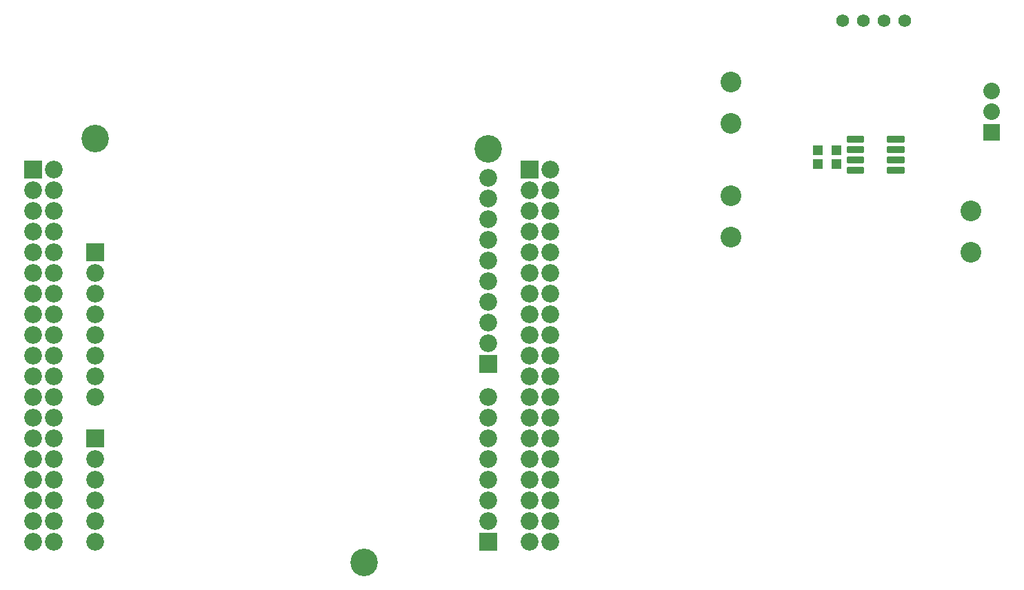
<source format=gts>
G04 EAGLE Gerber RS-274X export*
G75*
%MOMM*%
%FSLAX34Y34*%
%LPD*%
%INSoldermask Top*%
%IPPOS*%
%AMOC8*
5,1,8,0,0,1.08239X$1,22.5*%
G01*
%ADD10R,1.203200X1.303200*%
%ADD11C,0.349006*%
%ADD12R,2.032000X2.032000*%
%ADD13C,2.032000*%
%ADD14R,2.183200X2.183200*%
%ADD15C,2.183200*%
%ADD16C,3.378200*%
%ADD17C,1.574800*%
%ADD18C,2.543200*%


D10*
X157480Y519820D03*
X157480Y536820D03*
X180340Y519820D03*
X180340Y536820D03*
D11*
X194729Y547689D02*
X212971Y547689D01*
X194729Y547689D02*
X194729Y552131D01*
X212971Y552131D01*
X212971Y547689D01*
X212971Y551004D02*
X194729Y551004D01*
X194729Y534989D02*
X212971Y534989D01*
X194729Y534989D02*
X194729Y539431D01*
X212971Y539431D01*
X212971Y534989D01*
X212971Y538304D02*
X194729Y538304D01*
X194729Y522289D02*
X212971Y522289D01*
X194729Y522289D02*
X194729Y526731D01*
X212971Y526731D01*
X212971Y522289D01*
X212971Y525604D02*
X194729Y525604D01*
X194729Y509589D02*
X212971Y509589D01*
X194729Y509589D02*
X194729Y514031D01*
X212971Y514031D01*
X212971Y509589D01*
X212971Y512904D02*
X194729Y512904D01*
X244229Y509589D02*
X262471Y509589D01*
X244229Y509589D02*
X244229Y514031D01*
X262471Y514031D01*
X262471Y509589D01*
X262471Y512904D02*
X244229Y512904D01*
X244229Y522289D02*
X262471Y522289D01*
X244229Y522289D02*
X244229Y526731D01*
X262471Y526731D01*
X262471Y522289D01*
X262471Y525604D02*
X244229Y525604D01*
X244229Y534989D02*
X262471Y534989D01*
X244229Y534989D02*
X244229Y539431D01*
X262471Y539431D01*
X262471Y534989D01*
X262471Y538304D02*
X244229Y538304D01*
X244229Y547689D02*
X262471Y547689D01*
X244229Y547689D02*
X244229Y552131D01*
X262471Y552131D01*
X262471Y547689D01*
X262471Y551004D02*
X244229Y551004D01*
D12*
X370840Y558800D03*
D13*
X370840Y584200D03*
X370840Y609600D03*
D14*
X-729500Y182800D03*
D15*
X-729500Y157400D03*
X-729500Y132000D03*
X-729500Y106600D03*
X-729500Y81200D03*
X-729500Y55800D03*
D14*
X-729500Y411400D03*
D15*
X-729500Y386000D03*
X-729500Y360600D03*
X-729500Y335200D03*
X-729500Y309800D03*
X-729500Y284400D03*
X-729500Y259000D03*
X-729500Y233600D03*
D14*
X-805700Y513000D03*
D15*
X-780300Y513000D03*
X-805700Y487600D03*
X-780300Y487600D03*
X-805700Y462200D03*
X-780300Y462200D03*
X-805700Y436800D03*
X-780300Y436800D03*
X-805700Y411400D03*
X-780300Y411400D03*
X-805700Y386000D03*
X-780300Y386000D03*
X-805700Y360600D03*
X-780300Y360600D03*
X-805700Y335200D03*
X-780300Y335200D03*
X-805700Y309800D03*
X-780300Y309800D03*
X-805700Y284400D03*
X-780300Y284400D03*
X-805700Y259000D03*
X-780300Y259000D03*
X-805700Y233600D03*
X-780300Y233600D03*
X-805700Y208200D03*
X-780300Y208200D03*
X-805700Y182800D03*
X-780300Y182800D03*
X-805700Y157400D03*
X-780300Y157400D03*
X-805700Y132000D03*
X-780300Y132000D03*
X-805700Y106600D03*
X-780300Y106600D03*
X-805700Y81200D03*
X-780300Y81200D03*
X-805700Y55800D03*
X-780300Y55800D03*
D14*
X-246900Y274240D03*
D15*
X-246900Y299640D03*
X-246900Y325040D03*
X-246900Y350440D03*
X-246900Y375840D03*
X-246900Y401240D03*
X-246900Y426640D03*
X-246900Y452040D03*
X-246900Y477440D03*
X-246900Y502840D03*
X-246900Y106600D03*
X-246900Y132000D03*
X-246900Y157400D03*
X-246900Y182800D03*
X-246900Y208200D03*
X-246900Y233600D03*
D14*
X-246900Y55800D03*
D15*
X-246900Y81200D03*
D14*
X-196100Y512750D03*
D15*
X-170700Y512750D03*
X-196100Y487350D03*
X-170700Y487350D03*
X-196100Y461950D03*
X-170700Y461950D03*
X-196100Y436550D03*
X-170700Y436550D03*
X-196100Y411150D03*
X-170700Y411150D03*
X-196100Y385750D03*
X-170700Y385750D03*
X-196100Y360350D03*
X-170700Y360350D03*
X-196100Y334950D03*
X-170700Y334950D03*
X-196100Y309550D03*
X-170700Y309550D03*
X-196100Y284150D03*
X-170700Y284150D03*
X-196100Y258750D03*
X-170700Y258750D03*
X-196100Y233350D03*
X-170700Y233350D03*
X-196100Y207950D03*
X-170700Y207950D03*
X-196100Y182550D03*
X-170700Y182550D03*
X-196100Y157150D03*
X-170700Y157150D03*
X-196100Y131750D03*
X-170700Y131750D03*
X-196100Y106350D03*
X-170700Y106350D03*
X-196100Y80950D03*
X-170700Y80950D03*
X-196100Y55550D03*
X-170700Y55550D03*
D16*
X-246900Y538400D03*
X-729500Y551100D03*
X-399300Y30400D03*
D17*
X264160Y695960D03*
X238760Y695960D03*
X213360Y695960D03*
X187960Y695960D03*
D18*
X51050Y619971D03*
X51050Y569171D03*
X51050Y480271D03*
X51050Y429471D03*
X345190Y411269D03*
X345190Y462069D03*
M02*

</source>
